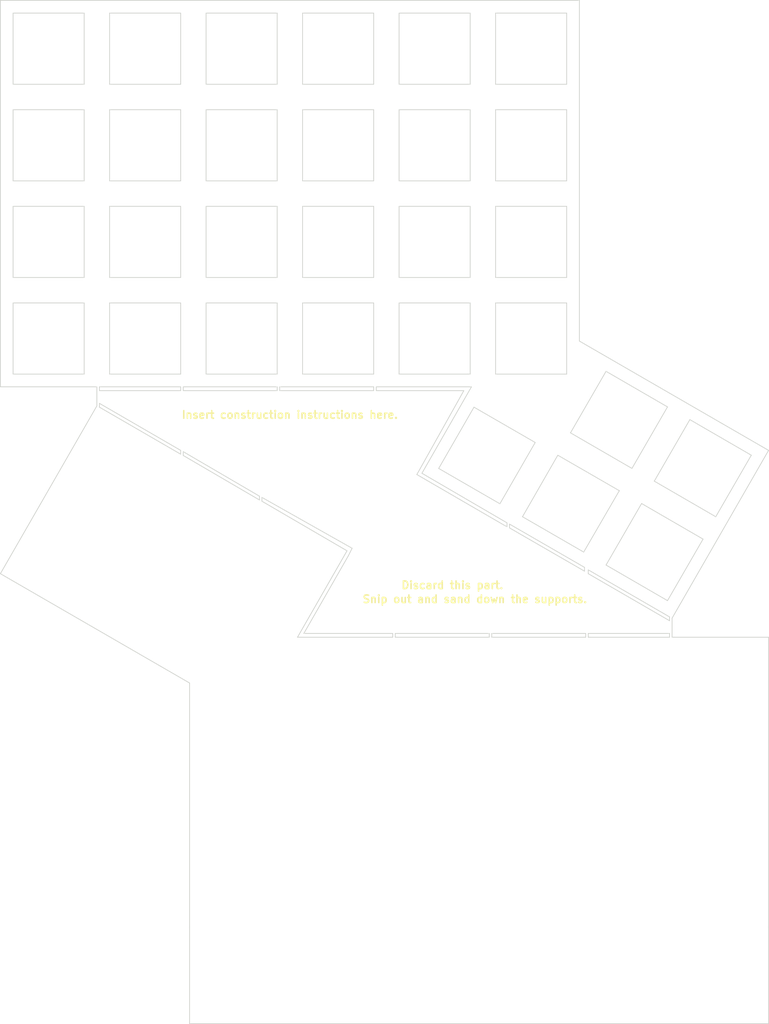
<source format=kicad_pcb>
(kicad_pcb (version 4) (host pcbnew 4.0.7)

  (general
    (links 0)
    (no_connects 0)
    (area 20.674999 7.174999 172.100001 208.575001)
    (thickness 1.6)
    (drawings 197)
    (tracks 0)
    (zones 0)
    (modules 10)
    (nets 1)
  )

  (page A4 portrait)
  (title_block
    (title "Bicycle plate and base")
    (date 2017-12-02)
    (rev rev1)
  )

  (layers
    (0 F.Cu signal)
    (31 B.Cu signal)
    (32 B.Adhes user)
    (33 F.Adhes user)
    (34 B.Paste user)
    (35 F.Paste user)
    (36 B.SilkS user)
    (37 F.SilkS user)
    (38 B.Mask user)
    (39 F.Mask user)
    (40 Dwgs.User user)
    (41 Cmts.User user)
    (42 Eco1.User user)
    (43 Eco2.User user)
    (44 Edge.Cuts user)
    (45 Margin user)
    (46 B.CrtYd user)
    (47 F.CrtYd user)
    (48 B.Fab user)
    (49 F.Fab user)
  )

  (setup
    (last_trace_width 0.25)
    (trace_clearance 0.2)
    (zone_clearance 0.508)
    (zone_45_only no)
    (trace_min 0.2)
    (segment_width 0.2)
    (edge_width 0.15)
    (via_size 0.6)
    (via_drill 0.4)
    (via_min_size 0.4)
    (via_min_drill 0.3)
    (uvia_size 0.3)
    (uvia_drill 0.1)
    (uvias_allowed no)
    (uvia_min_size 0.2)
    (uvia_min_drill 0.1)
    (pcb_text_width 0.3)
    (pcb_text_size 1.5 1.5)
    (mod_edge_width 0.15)
    (mod_text_size 1 1)
    (mod_text_width 0.15)
    (pad_size 1.2 2)
    (pad_drill 0.6)
    (pad_to_mask_clearance 0.2)
    (aux_axis_origin 0 0)
    (visible_elements FFFFF77F)
    (pcbplotparams
      (layerselection 0x010f0_80000001)
      (usegerberextensions true)
      (excludeedgelayer true)
      (linewidth 0.100000)
      (plotframeref false)
      (viasonmask false)
      (mode 1)
      (useauxorigin false)
      (hpglpennumber 1)
      (hpglpenspeed 20)
      (hpglpendiameter 15)
      (hpglpenoverlay 2)
      (psnegative false)
      (psa4output false)
      (plotreference true)
      (plotvalue true)
      (plotinvisibletext false)
      (padsonsilk false)
      (subtractmaskfromsilk false)
      (outputformat 1)
      (mirror false)
      (drillshape 0)
      (scaleselection 1)
      (outputdirectory plate-gerber/))
  )

  (net 0 "")

  (net_class Default "This is the default net class."
    (clearance 0.2)
    (trace_width 0.25)
    (via_dia 0.6)
    (via_drill 0.4)
    (uvia_dia 0.3)
    (uvia_drill 0.1)
  )

  (module Mounting_Holes:MountingHole_2.2mm_M2 (layer B.Cu) (tedit 5A0614A8) (tstamp 5A1EEAF8)
    (at 82 215.25)
    (descr "Mounting Hole 2.2mm, no annular, M2")
    (tags "mounting hole 2.2mm no annular m2")
    (attr virtual)
    (fp_text reference M2 (at 0 3.2) (layer B.SilkS) hide
      (effects (font (size 1 1) (thickness 0.15)) (justify mirror))
    )
    (fp_text value MountingHole_2.2mm_M2 (at 0 -3.2) (layer B.Fab) hide
      (effects (font (size 1 1) (thickness 0.15)) (justify mirror))
    )
    (fp_text user %R (at 0.3 0) (layer B.Fab) hide
      (effects (font (size 1 1) (thickness 0.15)) (justify mirror))
    )
    (fp_circle (center 0 0) (end 2.2 0) (layer Cmts.User) (width 0.15))
    (fp_circle (center 0 0) (end 2.45 0) (layer B.CrtYd) (width 0.05))
    (pad 1 np_thru_hole circle (at 0 0) (size 2.2 2.2) (drill 2.2) (layers *.Cu *.Mask))
  )

  (module Mounting_Holes:MountingHole_2.2mm_M2 (layer B.Cu) (tedit 5A0614A8) (tstamp 5A1EEAF1)
    (at 158 215.25)
    (descr "Mounting Hole 2.2mm, no annular, M2")
    (tags "mounting hole 2.2mm no annular m2")
    (attr virtual)
    (fp_text reference M2 (at 0 3.2) (layer B.SilkS) hide
      (effects (font (size 1 1) (thickness 0.15)) (justify mirror))
    )
    (fp_text value MountingHole_2.2mm_M2 (at 0 -3.2) (layer B.Fab) hide
      (effects (font (size 1 1) (thickness 0.15)) (justify mirror))
    )
    (fp_text user %R (at 0.3 0) (layer B.Fab) hide
      (effects (font (size 1 1) (thickness 0.15)) (justify mirror))
    )
    (fp_circle (center 0 0) (end 2.2 0) (layer Cmts.User) (width 0.15))
    (fp_circle (center 0 0) (end 2.45 0) (layer B.CrtYd) (width 0.05))
    (pad 1 np_thru_hole circle (at 0 0) (size 2.2 2.2) (drill 2.2) (layers *.Cu *.Mask))
  )

  (module Mounting_Holes:MountingHole_2.2mm_M2 (layer F.Cu) (tedit 5A061492) (tstamp 5A11DD57)
    (at 158 177.25 180)
    (descr "Mounting Hole 2.2mm, no annular, M2")
    (tags "mounting hole 2.2mm no annular m2")
    (attr virtual)
    (fp_text reference M2 (at 0 -3.2 180) (layer F.SilkS) hide
      (effects (font (size 1 1) (thickness 0.15)))
    )
    (fp_text value MountingHole_2.2mm_M2 (at 0 3.2 180) (layer F.Fab) hide
      (effects (font (size 1 1) (thickness 0.15)))
    )
    (fp_text user %R (at 0.3 0 180) (layer F.Fab) hide
      (effects (font (size 1 1) (thickness 0.15)))
    )
    (fp_circle (center 0 0) (end 2.2 0) (layer Cmts.User) (width 0.15))
    (fp_circle (center 0 0) (end 2.45 0) (layer F.CrtYd) (width 0.05))
    (pad 1 np_thru_hole circle (at 0 0 180) (size 2.2 2.2) (drill 2.2) (layers *.Cu *.Mask))
  )

  (module Mounting_Holes:MountingHole_2.2mm_M2 (layer F.Cu) (tedit 5A06149E) (tstamp 5A11DD50)
    (at 82.5 177.25 180)
    (descr "Mounting Hole 2.2mm, no annular, M2")
    (tags "mounting hole 2.2mm no annular m2")
    (attr virtual)
    (fp_text reference M2 (at 0 -3.2 180) (layer F.SilkS) hide
      (effects (font (size 1 1) (thickness 0.15)))
    )
    (fp_text value MountingHole_2.2mm_M2 (at 0 3.2 180) (layer F.Fab) hide
      (effects (font (size 1 1) (thickness 0.15)))
    )
    (fp_text user %R (at 0.3 0 180) (layer F.Fab) hide
      (effects (font (size 1 1) (thickness 0.15)))
    )
    (fp_circle (center 0 0) (end 2.2 0) (layer Cmts.User) (width 0.15))
    (fp_circle (center 0 0) (end 2.45 0) (layer F.CrtYd) (width 0.05))
    (pad 1 np_thru_hole circle (at 0 0 180) (size 2.2 2.2) (drill 2.2) (layers *.Cu *.Mask))
  )

  (module Mounting_Holes:MountingHole_2.2mm_M2 (layer F.Cu) (tedit 5A06149E) (tstamp 5A11DD3B)
    (at 51.75 138.75 180)
    (descr "Mounting Hole 2.2mm, no annular, M2")
    (tags "mounting hole 2.2mm no annular m2")
    (attr virtual)
    (fp_text reference M2 (at 0 -3.2 180) (layer F.SilkS) hide
      (effects (font (size 1 1) (thickness 0.15)))
    )
    (fp_text value MountingHole_2.2mm_M2 (at 0 3.2 180) (layer F.Fab) hide
      (effects (font (size 1 1) (thickness 0.15)))
    )
    (fp_text user %R (at 0.3 0 180) (layer F.Fab) hide
      (effects (font (size 1 1) (thickness 0.15)))
    )
    (fp_circle (center 0 0) (end 2.2 0) (layer Cmts.User) (width 0.15))
    (fp_circle (center 0 0) (end 2.45 0) (layer F.CrtYd) (width 0.05))
    (pad 1 np_thru_hole circle (at 0 0 180) (size 2.2 2.2) (drill 2.2) (layers *.Cu *.Mask))
  )

  (module Mounting_Holes:MountingHole_2.2mm_M2 (layer F.Cu) (tedit 5A06149E) (tstamp 5A061F67)
    (at 151 128.5)
    (descr "Mounting Hole 2.2mm, no annular, M2")
    (tags "mounting hole 2.2mm no annular m2")
    (attr virtual)
    (fp_text reference M2 (at 0 -3.2) (layer F.SilkS) hide
      (effects (font (size 1 1) (thickness 0.15)))
    )
    (fp_text value MountingHole_2.2mm_M2 (at 0 3.2) (layer F.Fab) hide
      (effects (font (size 1 1) (thickness 0.15)))
    )
    (fp_text user %R (at 0.3 0) (layer F.Fab) hide
      (effects (font (size 1 1) (thickness 0.15)))
    )
    (fp_circle (center 0 0) (end 2.2 0) (layer Cmts.User) (width 0.15))
    (fp_circle (center 0 0) (end 2.45 0) (layer F.CrtYd) (width 0.05))
    (pad 1 np_thru_hole circle (at 0 0) (size 2.2 2.2) (drill 2.2) (layers *.Cu *.Mask))
  )

  (module Mounting_Holes:MountingHole_2.2mm_M2 (layer F.Cu) (tedit 5A0614A8) (tstamp 5A061F4F)
    (at 120.75 52)
    (descr "Mounting Hole 2.2mm, no annular, M2")
    (tags "mounting hole 2.2mm no annular m2")
    (attr virtual)
    (fp_text reference M2 (at 0 -3.2) (layer F.SilkS) hide
      (effects (font (size 1 1) (thickness 0.15)))
    )
    (fp_text value MountingHole_2.2mm_M2 (at 0 3.2) (layer F.Fab) hide
      (effects (font (size 1 1) (thickness 0.15)))
    )
    (fp_text user %R (at 0.3 0) (layer F.Fab) hide
      (effects (font (size 1 1) (thickness 0.15)))
    )
    (fp_circle (center 0 0) (end 2.2 0) (layer Cmts.User) (width 0.15))
    (fp_circle (center 0 0) (end 2.45 0) (layer F.CrtYd) (width 0.05))
    (pad 1 np_thru_hole circle (at 0 0) (size 2.2 2.2) (drill 2.2) (layers *.Cu *.Mask))
  )

  (module Mounting_Holes:MountingHole_2.2mm_M2 (layer F.Cu) (tedit 5A0614A8) (tstamp 5A061EA8)
    (at 44.75 52)
    (descr "Mounting Hole 2.2mm, no annular, M2")
    (tags "mounting hole 2.2mm no annular m2")
    (attr virtual)
    (fp_text reference M2 (at 0 -3.2) (layer F.SilkS) hide
      (effects (font (size 1 1) (thickness 0.15)))
    )
    (fp_text value MountingHole_2.2mm_M2 (at 0 3.2) (layer F.Fab) hide
      (effects (font (size 1 1) (thickness 0.15)))
    )
    (fp_text user %R (at 0.3 0) (layer F.Fab) hide
      (effects (font (size 1 1) (thickness 0.15)))
    )
    (fp_circle (center 0 0) (end 2.2 0) (layer Cmts.User) (width 0.15))
    (fp_circle (center 0 0) (end 2.45 0) (layer F.CrtYd) (width 0.05))
    (pad 1 np_thru_hole circle (at 0 0) (size 2.2 2.2) (drill 2.2) (layers *.Cu *.Mask))
  )

  (module Mounting_Holes:MountingHole_2.2mm_M2 (layer F.Cu) (tedit 5A06149E) (tstamp 5A061EEC)
    (at 120.75 90)
    (descr "Mounting Hole 2.2mm, no annular, M2")
    (tags "mounting hole 2.2mm no annular m2")
    (attr virtual)
    (fp_text reference M2 (at 0 -3.2) (layer F.SilkS) hide
      (effects (font (size 1 1) (thickness 0.15)))
    )
    (fp_text value MountingHole_2.2mm_M2 (at 0 3.2) (layer F.Fab) hide
      (effects (font (size 1 1) (thickness 0.15)))
    )
    (fp_text user %R (at 0.3 0) (layer F.Fab) hide
      (effects (font (size 1 1) (thickness 0.15)))
    )
    (fp_circle (center 0 0) (end 2.2 0) (layer Cmts.User) (width 0.15))
    (fp_circle (center 0 0) (end 2.45 0) (layer F.CrtYd) (width 0.05))
    (pad 1 np_thru_hole circle (at 0 0) (size 2.2 2.2) (drill 2.2) (layers *.Cu *.Mask))
  )

  (module Mounting_Holes:MountingHole_2.2mm_M2 (layer F.Cu) (tedit 5A061492) (tstamp 5A061E03)
    (at 44.75 90)
    (descr "Mounting Hole 2.2mm, no annular, M2")
    (tags "mounting hole 2.2mm no annular m2")
    (attr virtual)
    (fp_text reference M2 (at 0 -3.2) (layer F.SilkS) hide
      (effects (font (size 1 1) (thickness 0.15)))
    )
    (fp_text value MountingHole_2.2mm_M2 (at 0 3.2) (layer F.Fab) hide
      (effects (font (size 1 1) (thickness 0.15)))
    )
    (fp_text user %R (at 0.3 0) (layer F.Fab) hide
      (effects (font (size 1 1) (thickness 0.15)))
    )
    (fp_circle (center 0 0) (end 2.2 0) (layer Cmts.User) (width 0.15))
    (fp_circle (center 0 0) (end 2.45 0) (layer F.CrtYd) (width 0.05))
    (pad 1 np_thru_hole circle (at 0 0) (size 2.2 2.2) (drill 2.2) (layers *.Cu *.Mask))
  )

  (gr_line (start 63 234.25) (end 177 234.25) (angle 90) (layer Edge.Cuts) (width 0.15) (tstamp 5A1EEB1F))
  (gr_line (start 63 215.25) (end 63 234.25) (angle 90) (layer Edge.Cuts) (width 0.15) (tstamp 5A1EEB00))
  (gr_line (start 177 215.25) (end 177 234.25) (angle 90) (layer Edge.Cuts) (width 0.15) (tstamp 5A1EEAFF))
  (gr_line (start 137.25 73.5) (end 123.25 73.5) (angle 90) (layer Edge.Cuts) (width 0.15) (tstamp 5A1EEAD7))
  (gr_line (start 118.25 73.5) (end 104.25 73.5) (angle 90) (layer Edge.Cuts) (width 0.15) (tstamp 5A1EEAD6))
  (gr_line (start 99.25 73.5) (end 85.25 73.5) (angle 90) (layer Edge.Cuts) (width 0.15) (tstamp 5A1EEAD5))
  (gr_line (start 80.25 73.5) (end 66.25 73.5) (angle 90) (layer Edge.Cuts) (width 0.15) (tstamp 5A1EEAD4))
  (gr_line (start 61.25 73.5) (end 47.25 73.5) (angle 90) (layer Edge.Cuts) (width 0.15) (tstamp 5A1EEAD3))
  (gr_line (start 42.25 73.5) (end 28.25 73.5) (angle 90) (layer Edge.Cuts) (width 0.15) (tstamp 5A1EEAD2))
  (gr_line (start 137.25 54.5) (end 137.25 68.5) (angle 90) (layer Edge.Cuts) (width 0.15) (tstamp 5A1EEAD1))
  (gr_line (start 137.25 68.5) (end 123.25 68.5) (angle 90) (layer Edge.Cuts) (width 0.15) (tstamp 5A1EEAD0))
  (gr_line (start 123.25 68.5) (end 123.25 54.5) (angle 90) (layer Edge.Cuts) (width 0.15) (tstamp 5A1EEACF))
  (gr_line (start 118.25 54.5) (end 118.25 68.5) (angle 90) (layer Edge.Cuts) (width 0.15) (tstamp 5A1EEACE))
  (gr_line (start 118.25 68.5) (end 104.25 68.5) (angle 90) (layer Edge.Cuts) (width 0.15) (tstamp 5A1EEACD))
  (gr_line (start 104.25 68.5) (end 104.25 54.5) (angle 90) (layer Edge.Cuts) (width 0.15) (tstamp 5A1EEACC))
  (gr_line (start 99.25 54.5) (end 99.25 68.5) (angle 90) (layer Edge.Cuts) (width 0.15) (tstamp 5A1EEACB))
  (gr_line (start 99.25 68.5) (end 85.25 68.5) (angle 90) (layer Edge.Cuts) (width 0.15) (tstamp 5A1EEACA))
  (gr_line (start 85.25 68.5) (end 85.25 54.5) (angle 90) (layer Edge.Cuts) (width 0.15) (tstamp 5A1EEAC9))
  (gr_line (start 80.25 54.5) (end 80.25 68.5) (angle 90) (layer Edge.Cuts) (width 0.15) (tstamp 5A1EEAC8))
  (gr_line (start 80.25 68.5) (end 66.25 68.5) (angle 90) (layer Edge.Cuts) (width 0.15) (tstamp 5A1EEAC7))
  (gr_line (start 66.25 68.5) (end 66.25 54.5) (angle 90) (layer Edge.Cuts) (width 0.15) (tstamp 5A1EEAC6))
  (gr_line (start 61.25 54.5) (end 61.25 68.5) (angle 90) (layer Edge.Cuts) (width 0.15) (tstamp 5A1EEAC5))
  (gr_line (start 61.25 68.5) (end 47.25 68.5) (angle 90) (layer Edge.Cuts) (width 0.15) (tstamp 5A1EEAC4))
  (gr_line (start 47.25 68.5) (end 47.25 54.5) (angle 90) (layer Edge.Cuts) (width 0.15) (tstamp 5A1EEAC3))
  (gr_line (start 42.25 54.5) (end 42.25 68.5) (angle 90) (layer Edge.Cuts) (width 0.15) (tstamp 5A1EEAC2))
  (gr_line (start 42.25 68.5) (end 28.25 68.5) (angle 90) (layer Edge.Cuts) (width 0.15) (tstamp 5A1EEAC1))
  (gr_line (start 28.25 68.5) (end 28.25 54.5) (angle 90) (layer Edge.Cuts) (width 0.15) (tstamp 5A1EEAC0))
  (gr_text "Insert construction instructions here." (at 82.75 114.5) (layer F.SilkS)
    (effects (font (size 1.5 1.5) (thickness 0.3)))
  )
  (gr_text "Snip out and sand down the supports. " (at 119.75 150.75) (layer F.SilkS)
    (effects (font (size 1.5 1.5) (thickness 0.3)))
  )
  (gr_text "Discard this part." (at 114.75 148) (layer F.SilkS)
    (effects (font (size 1.5 1.5) (thickness 0.3)))
  )
  (gr_line (start 77.25 130.75) (end 95 140.75) (angle 90) (layer Edge.Cuts) (width 0.15))
  (gr_line (start 77.25 131.5) (end 77.25 130.75) (angle 90) (layer Edge.Cuts) (width 0.15))
  (gr_line (start 77.25 131.5) (end 94 141.25) (angle 90) (layer Edge.Cuts) (width 0.15))
  (gr_line (start 61.75 121.75) (end 61.75 122.5) (angle 90) (layer Edge.Cuts) (width 0.15))
  (gr_line (start 76.75 130.5) (end 61.75 121.75) (angle 90) (layer Edge.Cuts) (width 0.15))
  (gr_line (start 76.75 131.25) (end 76.75 130.5) (angle 90) (layer Edge.Cuts) (width 0.15))
  (gr_line (start 61.75 122.5) (end 76.75 131.25) (angle 90) (layer Edge.Cuts) (width 0.15))
  (gr_line (start 45.25 113) (end 61.25 122.25) (angle 90) (layer Edge.Cuts) (width 0.15))
  (gr_line (start 61.25 121.5) (end 45.25 112.25) (angle 90) (layer Edge.Cuts) (width 0.15))
  (gr_line (start 61.25 122.25) (end 61.25 121.5) (angle 90) (layer Edge.Cuts) (width 0.15))
  (gr_line (start 94.25 142.25) (end 95 140.75) (angle 90) (layer Edge.Cuts) (width 0.15))
  (gr_line (start 85.5 157.5) (end 94.25 142.25) (angle 90) (layer Edge.Cuts) (width 0.15))
  (gr_line (start 103 157.5) (end 85.5 157.5) (angle 90) (layer Edge.Cuts) (width 0.15))
  (gr_line (start 103 158.25) (end 103 157.5) (angle 90) (layer Edge.Cuts) (width 0.15))
  (gr_line (start 103 158.25) (end 84.25 158.25) (angle 90) (layer Edge.Cuts) (width 0.15))
  (gr_line (start 122 157.5) (end 122 158.25) (angle 90) (layer Edge.Cuts) (width 0.15))
  (gr_line (start 103.5 157.5) (end 122 157.5) (angle 90) (layer Edge.Cuts) (width 0.15))
  (gr_line (start 103.5 158.25) (end 103.5 157.5) (angle 90) (layer Edge.Cuts) (width 0.15))
  (gr_line (start 122 158.25) (end 103.5 158.25) (angle 90) (layer Edge.Cuts) (width 0.15))
  (gr_line (start 141 157.5) (end 141 158.25) (angle 90) (layer Edge.Cuts) (width 0.15))
  (gr_line (start 122.5 157.5) (end 141 157.5) (angle 90) (layer Edge.Cuts) (width 0.15))
  (gr_line (start 122.5 158.25) (end 122.5 157.5) (angle 90) (layer Edge.Cuts) (width 0.15))
  (gr_line (start 141 158.25) (end 122.5 158.25) (angle 90) (layer Edge.Cuts) (width 0.15))
  (gr_line (start 157.5 157.5) (end 157.5 158.25) (angle 90) (layer Edge.Cuts) (width 0.15))
  (gr_line (start 141.5 157.5) (end 157.5 157.5) (angle 90) (layer Edge.Cuts) (width 0.15))
  (gr_line (start 141.5 158.25) (end 141.5 157.5) (angle 90) (layer Edge.Cuts) (width 0.15))
  (gr_line (start 157.5 158.25) (end 141.5 158.25) (angle 90) (layer Edge.Cuts) (width 0.15))
  (gr_line (start 158 158.25) (end 177 158.25) (angle 90) (layer Edge.Cuts) (width 0.15))
  (gr_line (start 157.5 154.25) (end 157.5 155) (angle 90) (layer Edge.Cuts) (width 0.15))
  (gr_line (start 158 154.5) (end 158 158.25) (angle 90) (layer Edge.Cuts) (width 0.15))
  (gr_line (start 125.5 136.5) (end 125 136.25) (angle 90) (layer Edge.Cuts) (width 0.15))
  (gr_line (start 125.5 135.75) (end 125.5 136.5) (angle 90) (layer Edge.Cuts) (width 0.15))
  (gr_line (start 126 136.75) (end 126 136) (angle 90) (layer Edge.Cuts) (width 0.15))
  (gr_line (start 140.75 145.25) (end 126 136.75) (angle 90) (layer Edge.Cuts) (width 0.15))
  (gr_line (start 140.75 144.5) (end 140.75 145.25) (angle 90) (layer Edge.Cuts) (width 0.15))
  (gr_line (start 141.5 145) (end 141.5 145.75) (angle 90) (layer Edge.Cuts) (width 0.15))
  (gr_line (start 157.5 155) (end 141.5 145.75) (angle 90) (layer Edge.Cuts) (width 0.15))
  (gr_line (start 141.5 145) (end 157.5 154.25) (angle 90) (layer Edge.Cuts) (width 0.15))
  (gr_line (start 126 136) (end 140.75 144.5) (angle 90) (layer Edge.Cuts) (width 0.15))
  (gr_line (start 125.5 135.75) (end 108.75 126) (angle 90) (layer Edge.Cuts) (width 0.15))
  (gr_line (start 107.75 126.25) (end 117 109.75) (angle 90) (layer Edge.Cuts) (width 0.15))
  (gr_line (start 99.75 109) (end 118.5 109) (angle 90) (layer Edge.Cuts) (width 0.15))
  (gr_line (start 80.75 109) (end 99.25 109) (angle 90) (layer Edge.Cuts) (width 0.15))
  (gr_line (start 61.75 109) (end 80.25 109) (angle 90) (layer Edge.Cuts) (width 0.15))
  (gr_line (start 45.25 109) (end 61.25 109) (angle 90) (layer Edge.Cuts) (width 0.15))
  (gr_line (start 25.75 109) (end 44.75 109) (angle 90) (layer Edge.Cuts) (width 0.15))
  (gr_line (start 107.75 126.25) (end 125 136.25) (angle 90) (layer Edge.Cuts) (width 0.15))
  (gr_line (start 99.75 109.75) (end 117 109.75) (angle 90) (layer Edge.Cuts) (width 0.15))
  (gr_line (start 99.75 109) (end 99.75 109.75) (angle 90) (layer Edge.Cuts) (width 0.15))
  (gr_line (start 99.25 109.75) (end 99.25 109) (angle 90) (layer Edge.Cuts) (width 0.15))
  (gr_line (start 80.75 109.75) (end 99.25 109.75) (angle 90) (layer Edge.Cuts) (width 0.15))
  (gr_line (start 80.75 109) (end 80.75 109.75) (angle 90) (layer Edge.Cuts) (width 0.15))
  (gr_line (start 80.25 109.75) (end 80.25 109) (angle 90) (layer Edge.Cuts) (width 0.15))
  (gr_line (start 61.75 109.75) (end 80.25 109.75) (angle 90) (layer Edge.Cuts) (width 0.15))
  (gr_line (start 61.75 109) (end 61.75 109.75) (angle 90) (layer Edge.Cuts) (width 0.15))
  (gr_line (start 61.25 109.75) (end 61.25 109) (angle 90) (layer Edge.Cuts) (width 0.15))
  (gr_line (start 45.25 113) (end 45.25 112.25) (angle 90) (layer Edge.Cuts) (width 0.15))
  (gr_line (start 45.25 109.75) (end 45.5 109.75) (angle 90) (layer Edge.Cuts) (width 0.15))
  (gr_line (start 45.25 109) (end 45.25 109.75) (angle 90) (layer Edge.Cuts) (width 0.15))
  (gr_line (start 44.75 112.75) (end 44.75 109) (angle 90) (layer Edge.Cuts) (width 0.15))
  (gr_line (start 45.5 109.75) (end 61.25 109.75) (angle 90) (layer Edge.Cuts) (width 0.15))
  (gr_line (start 25.75 145.75) (end 44.75 112.75) (angle 90) (layer Edge.Cuts) (width 0.15) (tstamp 5A11DDD0))
  (gr_line (start 94 141.25) (end 84.25 158.25) (angle 90) (layer Edge.Cuts) (width 0.15) (tstamp 5A11DDCE))
  (gr_line (start 177 158.25) (end 177 215.25) (angle 90) (layer Edge.Cuts) (width 0.15) (tstamp 5A11DDCC))
  (gr_line (start 63 215.25) (end 63 167.25) (angle 90) (layer Edge.Cuts) (width 0.15) (tstamp 5A11DD61))
  (gr_line (start 63 167.25) (end 25.75 145.75) (angle 90) (layer Edge.Cuts) (width 0.15) (tstamp 5A11DD60))
  (gr_line (start 139.75 100) (end 177 121.5) (angle 90) (layer Edge.Cuts) (width 0.15))
  (gr_line (start 139.75 52) (end 139.75 100) (angle 90) (layer Edge.Cuts) (width 0.15))
  (gr_line (start 139.75 52) (end 139.75 33) (angle 90) (layer Edge.Cuts) (width 0.15))
  (gr_line (start 25.75 52) (end 25.75 33) (angle 90) (layer Edge.Cuts) (width 0.15))
  (gr_line (start 177 47) (end 177 46.75) (angle 90) (layer Dwgs.User) (width 0.2))
  (gr_line (start 138 118.05) (end 145 105.95) (angle 90) (layer Edge.Cuts) (width 0.15))
  (gr_line (start 150.1 125.05) (end 138 118.05) (angle 90) (layer Edge.Cuts) (width 0.15))
  (gr_line (start 157.1 112.95) (end 150.1 125.05) (angle 90) (layer Edge.Cuts) (width 0.15))
  (gr_line (start 145 105.95) (end 157.1 112.95) (angle 90) (layer Edge.Cuts) (width 0.15))
  (gr_line (start 166.6 134.55) (end 154.5 127.55) (angle 90) (layer Edge.Cuts) (width 0.15))
  (gr_line (start 173.6 122.45) (end 166.6 134.55) (angle 90) (layer Edge.Cuts) (width 0.15))
  (gr_line (start 161.5 115.45) (end 173.6 122.45) (angle 90) (layer Edge.Cuts) (width 0.15))
  (gr_line (start 154.5 127.55) (end 161.5 115.45) (angle 90) (layer Edge.Cuts) (width 0.15))
  (gr_line (start 145 144.05) (end 152 131.95) (angle 90) (layer Edge.Cuts) (width 0.15))
  (gr_line (start 157.1 151.05) (end 145 144.05) (angle 90) (layer Edge.Cuts) (width 0.15))
  (gr_line (start 164.1 138.95) (end 157.1 151.05) (angle 90) (layer Edge.Cuts) (width 0.15))
  (gr_line (start 152 131.95) (end 164.1 138.95) (angle 90) (layer Edge.Cuts) (width 0.15))
  (gr_line (start 128.55 134.55) (end 135.5 122.45) (angle 90) (layer Edge.Cuts) (width 0.15))
  (gr_line (start 140.6 141.5) (end 128.55 134.55) (angle 90) (layer Edge.Cuts) (width 0.15))
  (gr_line (start 147.6 129.45) (end 140.6 141.5) (angle 90) (layer Edge.Cuts) (width 0.15))
  (gr_line (start 135.5 122.45) (end 147.65 129.45) (angle 90) (layer Edge.Cuts) (width 0.15))
  (gr_line (start 112.05 125.05) (end 119 113) (angle 90) (layer Edge.Cuts) (width 0.15))
  (gr_line (start 124.1 132) (end 112.05 125.05) (angle 90) (layer Edge.Cuts) (width 0.15))
  (gr_line (start 131.05 119.95) (end 124.1 132) (angle 90) (layer Edge.Cuts) (width 0.15))
  (gr_line (start 119 113) (end 131.05 119.95) (angle 90) (layer Edge.Cuts) (width 0.15))
  (gr_line (start 123.25 106.5) (end 123.25 92.5) (angle 90) (layer Edge.Cuts) (width 0.15))
  (gr_line (start 137.25 106.5) (end 123.25 106.5) (angle 90) (layer Edge.Cuts) (width 0.15))
  (gr_line (start 137.25 92.5) (end 137.25 106.5) (angle 90) (layer Edge.Cuts) (width 0.15))
  (gr_line (start 123.25 92.5) (end 137.25 92.5) (angle 90) (layer Edge.Cuts) (width 0.15))
  (gr_line (start 104.25 106.5) (end 104.25 92.5) (angle 90) (layer Edge.Cuts) (width 0.15))
  (gr_line (start 118.25 106.5) (end 104.25 106.5) (angle 90) (layer Edge.Cuts) (width 0.15))
  (gr_line (start 118.25 92.5) (end 118.25 106.5) (angle 90) (layer Edge.Cuts) (width 0.15))
  (gr_line (start 104.25 92.5) (end 118.25 92.5) (angle 90) (layer Edge.Cuts) (width 0.15))
  (gr_line (start 85.25 106.5) (end 85.25 92.5) (angle 90) (layer Edge.Cuts) (width 0.15))
  (gr_line (start 99.25 106.5) (end 85.25 106.5) (angle 90) (layer Edge.Cuts) (width 0.15))
  (gr_line (start 99.25 92.5) (end 99.25 106.5) (angle 90) (layer Edge.Cuts) (width 0.15))
  (gr_line (start 85.25 92.5) (end 99.25 92.5) (angle 90) (layer Edge.Cuts) (width 0.15))
  (gr_line (start 66.25 106.5) (end 66.25 92.5) (angle 90) (layer Edge.Cuts) (width 0.15))
  (gr_line (start 80.25 106.5) (end 66.25 106.5) (angle 90) (layer Edge.Cuts) (width 0.15))
  (gr_line (start 80.25 92.5) (end 80.25 106.5) (angle 90) (layer Edge.Cuts) (width 0.15))
  (gr_line (start 66.25 92.5) (end 80.25 92.5) (angle 90) (layer Edge.Cuts) (width 0.15))
  (gr_line (start 47.25 106.5) (end 47.25 92.5) (angle 90) (layer Edge.Cuts) (width 0.15))
  (gr_line (start 61.25 106.5) (end 47.25 106.5) (angle 90) (layer Edge.Cuts) (width 0.15))
  (gr_line (start 61.25 92.5) (end 61.25 106.5) (angle 90) (layer Edge.Cuts) (width 0.15))
  (gr_line (start 47.25 92.5) (end 61.25 92.5) (angle 90) (layer Edge.Cuts) (width 0.15))
  (gr_line (start 28.25 106.5) (end 28.25 92.5) (angle 90) (layer Edge.Cuts) (width 0.15))
  (gr_line (start 42.25 106.5) (end 28.25 106.5) (angle 90) (layer Edge.Cuts) (width 0.15))
  (gr_line (start 42.25 92.5) (end 42.25 106.5) (angle 90) (layer Edge.Cuts) (width 0.15))
  (gr_line (start 28.25 92.5) (end 42.25 92.5) (angle 90) (layer Edge.Cuts) (width 0.15))
  (gr_line (start 28.25 87.5) (end 28.25 73.5) (angle 90) (layer Edge.Cuts) (width 0.15))
  (gr_line (start 42.25 87.5) (end 28.25 87.5) (angle 90) (layer Edge.Cuts) (width 0.15))
  (gr_line (start 42.25 73.5) (end 42.25 87.5) (angle 90) (layer Edge.Cuts) (width 0.15))
  (gr_line (start 28.25 54.5) (end 42.25 54.5) (angle 90) (layer Edge.Cuts) (width 0.15))
  (gr_line (start 47.25 87.5) (end 47.25 73.5) (angle 90) (layer Edge.Cuts) (width 0.15))
  (gr_line (start 61.25 87.5) (end 47.25 87.5) (angle 90) (layer Edge.Cuts) (width 0.15))
  (gr_line (start 61.25 73.5) (end 61.25 87.5) (angle 90) (layer Edge.Cuts) (width 0.15))
  (gr_line (start 47.25 54.5) (end 61.25 54.5) (angle 90) (layer Edge.Cuts) (width 0.15))
  (gr_line (start 66.25 54.5) (end 80.25 54.5) (angle 90) (layer Edge.Cuts) (width 0.15))
  (gr_line (start 66.25 87.5) (end 66.25 73.5) (angle 90) (layer Edge.Cuts) (width 0.15))
  (gr_line (start 80.25 87.5) (end 66.25 87.5) (angle 90) (layer Edge.Cuts) (width 0.15))
  (gr_line (start 80.25 73.5) (end 80.25 87.5) (angle 90) (layer Edge.Cuts) (width 0.15))
  (gr_line (start 85.25 54.5) (end 99.25 54.5) (angle 90) (layer Edge.Cuts) (width 0.15))
  (gr_line (start 85.25 87.5) (end 85.25 73.5) (angle 90) (layer Edge.Cuts) (width 0.15))
  (gr_line (start 99.25 87.5) (end 85.25 87.5) (angle 90) (layer Edge.Cuts) (width 0.15))
  (gr_line (start 99.25 73.5) (end 99.25 87.5) (angle 90) (layer Edge.Cuts) (width 0.15))
  (gr_line (start 104.25 54.5) (end 118.25 54.5) (angle 90) (layer Edge.Cuts) (width 0.15))
  (gr_line (start 104.25 87.5) (end 104.25 73.5) (angle 90) (layer Edge.Cuts) (width 0.15))
  (gr_line (start 118.25 87.5) (end 104.25 87.5) (angle 90) (layer Edge.Cuts) (width 0.15))
  (gr_line (start 118.25 73.5) (end 118.25 87.5) (angle 90) (layer Edge.Cuts) (width 0.15))
  (gr_line (start 123.25 54.5) (end 137.25 54.5) (angle 90) (layer Edge.Cuts) (width 0.15))
  (gr_line (start 123.25 87.5) (end 123.25 73.5) (angle 90) (layer Edge.Cuts) (width 0.15))
  (gr_line (start 137.25 87.5) (end 123.25 87.5) (angle 90) (layer Edge.Cuts) (width 0.15))
  (gr_line (start 137.25 73.5) (end 137.25 87.5) (angle 90) (layer Edge.Cuts) (width 0.15))
  (gr_line (start 123.25 49.5) (end 123.25 35.5) (angle 90) (layer Edge.Cuts) (width 0.15))
  (gr_line (start 137.25 49.5) (end 123.25 49.5) (angle 90) (layer Edge.Cuts) (width 0.15))
  (gr_line (start 137.25 35.5) (end 137.25 49.5) (angle 90) (layer Edge.Cuts) (width 0.15))
  (gr_line (start 123.25 35.5) (end 137.25 35.5) (angle 90) (layer Edge.Cuts) (width 0.15))
  (gr_line (start 104.25 49.5) (end 104.25 35.5) (angle 90) (layer Edge.Cuts) (width 0.15))
  (gr_line (start 118.25 49.5) (end 104.25 49.5) (angle 90) (layer Edge.Cuts) (width 0.15))
  (gr_line (start 118.25 35.5) (end 118.25 49.5) (angle 90) (layer Edge.Cuts) (width 0.15))
  (gr_line (start 104.25 35.5) (end 118.25 35.5) (angle 90) (layer Edge.Cuts) (width 0.15))
  (gr_line (start 85.25 49.5) (end 85.25 35.5) (angle 90) (layer Edge.Cuts) (width 0.15))
  (gr_line (start 99.25 49.5) (end 85.25 49.5) (angle 90) (layer Edge.Cuts) (width 0.15))
  (gr_line (start 99.25 35.5) (end 99.25 49.5) (angle 90) (layer Edge.Cuts) (width 0.15))
  (gr_line (start 85.25 35.5) (end 99.25 35.5) (angle 90) (layer Edge.Cuts) (width 0.15))
  (gr_line (start 66.25 49.5) (end 66.25 35.5) (angle 90) (layer Edge.Cuts) (width 0.15))
  (gr_line (start 80.25 49.5) (end 66.25 49.5) (angle 90) (layer Edge.Cuts) (width 0.15))
  (gr_line (start 80.25 35.5) (end 80.25 49.5) (angle 90) (layer Edge.Cuts) (width 0.15))
  (gr_line (start 66.25 35.5) (end 80.25 35.5) (angle 90) (layer Edge.Cuts) (width 0.15))
  (gr_line (start 47.25 49.5) (end 47.25 35.5) (angle 90) (layer Edge.Cuts) (width 0.15))
  (gr_line (start 61.25 49.5) (end 47.25 49.5) (angle 90) (layer Edge.Cuts) (width 0.15))
  (gr_line (start 61.25 35.5) (end 61.25 49.5) (angle 90) (layer Edge.Cuts) (width 0.15))
  (gr_line (start 47.25 35.5) (end 61.25 35.5) (angle 90) (layer Edge.Cuts) (width 0.15))
  (gr_line (start 28.25 49.5) (end 28.25 35.5) (angle 90) (layer Edge.Cuts) (width 0.15))
  (gr_line (start 42.25 49.5) (end 28.25 49.5) (angle 90) (layer Edge.Cuts) (width 0.15))
  (gr_line (start 42.25 35.5) (end 42.25 49.5) (angle 90) (layer Edge.Cuts) (width 0.15))
  (gr_line (start 28.25 35.5) (end 42.25 35.5) (angle 90) (layer Edge.Cuts) (width 0.15))
  (gr_line (start 25.75 33) (end 139.75 33) (angle 90) (layer Edge.Cuts) (width 0.15))
  (gr_line (start 25.75 109) (end 25.75 52) (angle 90) (layer Edge.Cuts) (width 0.15))
  (gr_line (start 108.75 126) (end 118.5 109) (angle 90) (layer Edge.Cuts) (width 0.15))
  (gr_line (start 177 121.5) (end 158 154.5) (angle 90) (layer Edge.Cuts) (width 0.15))

)

</source>
